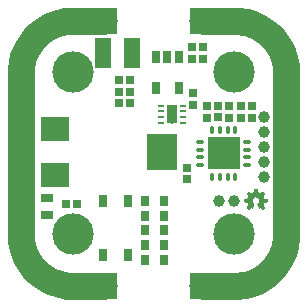
<source format=gts>
%FSTAX44Y44*%
%MOMM*%
%SFA1B1*%

%IPPOS*%
%AMD28*
4,1,8,0.200660,0.124460,-0.200660,0.124460,-0.248920,0.076200,-0.248920,-0.076200,-0.200660,-0.124460,0.200660,-0.124460,0.248920,-0.076200,0.248920,0.076200,0.200660,0.124460,0.0*
1,1,0.100000,0.200660,0.076200*
1,1,0.100000,-0.200660,0.076200*
1,1,0.100000,-0.200660,-0.076200*
1,1,0.100000,0.200660,-0.076200*
%
%AMD45*
4,1,8,0.401320,0.800100,-0.401320,0.800100,-0.449580,0.749300,-0.449580,-0.749300,-0.401320,-0.800100,0.401320,-0.800100,0.449580,-0.749300,0.449580,0.749300,0.401320,0.800100,0.0*
1,1,0.099000,0.401320,0.749300*
1,1,0.099000,-0.401320,0.749300*
1,1,0.099000,-0.401320,-0.749300*
1,1,0.099000,0.401320,-0.749300*
%
%ADD15R,0.999998X0.749999*%
%ADD19C,0.799998*%
G04~CAMADD=28~8~0.0~0.0~196.9~98.4~19.7~0.0~15~0.0~0.0~0.0~0.0~0~0.0~0.0~0.0~0.0~0~0.0~0.0~0.0~0.0~196.9~98.4*
%ADD28D28*%
%ADD29C,2.299995*%
%ADD30R,2.092896X2.304095*%
%ADD31R,0.649999X0.699999*%
%ADD32R,1.349997X2.599995*%
%ADD33R,0.699999X0.649999*%
%ADD34R,0.779998X0.739999*%
%ADD35R,0.739999X0.779998*%
%ADD36C,0.999998*%
%ADD37R,0.699999X0.999998*%
%ADD38O,0.799998X0.349999*%
%ADD39O,0.349999X0.799998*%
%ADD40R,2.699995X2.699995*%
%ADD41R,2.449995X2.149996*%
%ADD42R,2.599995X3.099994*%
%ADD43R,0.699999X0.999998*%
%ADD44R,0.699999X0.849998*%
G04~CAMADD=45~8~0.0~0.0~354.3~629.9~19.5~0.0~15~0.0~0.0~0.0~0.0~0~0.0~0.0~0.0~0.0~0~0.0~0.0~0.0~0.0~354.3~629.9*
%ADD45D45*%
%ADD46C,3.499993*%
%ADD47C,0.499999*%
%LNpcb1-1*%
%LPD*%
G36*
X00531227Y00419364D02*
X00531294D01*
Y00419331*
Y00419297*
X00531327*
Y00419264*
Y00419231*
Y00419197*
Y00419164*
X0053136*
Y00419131*
Y00419097*
Y00419064*
Y00419031*
Y00418997*
Y00418964*
X00531394*
Y00418931*
Y00418897*
Y00418864*
Y00418831*
Y00418797*
X00531427*
Y00418764*
Y00418731*
Y00418697*
Y00418664*
Y00418631*
X0053146*
Y00418597*
Y00418564*
Y00418531*
Y00418497*
Y00418465*
Y00418431*
X00531495*
Y00418397*
Y00418364*
Y00418331*
Y00418297*
Y00418264*
X00531527*
Y00418231*
Y00418197*
Y00418164*
Y00418131*
Y00418097*
X0053156*
Y00418064*
Y00418031*
Y00417997*
Y00417964*
Y00417931*
Y00417897*
X00531594*
Y00417864*
Y00417831*
Y00417797*
Y00417764*
Y00417731*
X00531627*
Y00417697*
Y00417664*
Y00417631*
Y00417597*
Y00417564*
Y00417531*
X0053166*
Y00417497*
Y00417464*
Y0041743*
Y00417397*
Y00417364*
X00531694*
Y00417331*
Y00417297*
Y00417264*
Y0041723*
Y00417197*
X00531727*
Y00417164*
Y00417131*
Y00417097*
Y00417064*
Y00417031*
Y00416997*
X00531761*
Y00416964*
Y0041693*
Y00416897*
Y00416864*
Y00416831*
X00531794*
Y00416797*
Y00416764*
Y0041673*
X00531827*
Y00416697*
X0053186*
Y00416664*
X00531894*
Y0041663*
X00531994*
Y00416597*
X00532061*
Y00416564*
X00532127*
Y0041653*
X00532227*
Y00416497*
X00532294*
Y00416464*
X00532394*
Y0041643*
X00532461*
Y00416397*
X00532561*
Y00416364*
X00532627*
Y0041633*
X00532727*
Y00416297*
X00532794*
Y00416264*
X00532861*
Y0041623*
X00532961*
Y00416197*
X00533027*
Y00416164*
X00533127*
Y0041613*
X00533194*
Y00416097*
X00533294*
Y00416064*
X00533361*
Y0041603*
X00533461*
Y00415997*
X00533527*
Y00415964*
X00533627*
Y0041593*
X00533694*
Y00415964*
X00533794*
Y00415997*
X00533827*
Y0041603*
X00533894*
Y00416064*
X00533927*
Y00416097*
X00533994*
Y0041613*
X00534027*
Y00416164*
X00534094*
Y00416197*
X00534127*
Y0041623*
X00534194*
Y00416264*
X00534227*
Y00416297*
X00534294*
Y0041633*
X00534327*
Y00416364*
X00534361*
Y00416397*
X00534427*
Y0041643*
X00534461*
Y00416464*
X00534528*
Y00416497*
X00534561*
Y0041653*
X00534627*
Y00416564*
X00534661*
Y00416597*
X00534728*
Y0041663*
X00534761*
Y00416664*
X00534827*
Y00416697*
X00534861*
Y0041673*
X00534894*
Y00416764*
X00534961*
Y00416797*
X00534994*
Y00416831*
X00535061*
Y00416864*
X00535094*
Y00416897*
X00535161*
Y0041693*
X00535194*
Y00416964*
X00535261*
Y00416997*
X00535294*
Y00417031*
X00535361*
Y00417064*
X00535394*
Y00417097*
X00535428*
Y00417131*
X00535494*
Y00417164*
X00535528*
Y00417197*
X00535594*
Y0041723*
X00535628*
Y00417264*
X00535694*
Y00417297*
X00535728*
Y00417331*
X00535794*
Y00417364*
X00535828*
Y00417397*
X00535894*
Y0041743*
X00535994*
Y00417397*
X00536028*
Y00417364*
X00536094*
Y00417331*
X00536128*
Y00417297*
X00536161*
Y00417264*
X00536194*
Y0041723*
X00536228*
Y00417197*
X00536261*
Y00417164*
X00536294*
Y00417131*
X00536328*
Y00417097*
X00536361*
Y00417064*
X00536394*
Y00417031*
X00536428*
Y00416997*
X00536461*
Y00416964*
X00536494*
Y0041693*
X00536528*
Y00416897*
X00536561*
Y00416864*
X00536594*
Y00416831*
X00536628*
Y00416797*
X00536661*
Y00416764*
X00536694*
Y0041673*
X00536728*
Y00416697*
X00536761*
Y00416664*
X00536794*
Y0041663*
X00536829*
Y00416597*
X00536861*
Y00416564*
X00536894*
Y0041653*
X00536928*
Y00416497*
X00536961*
Y00416464*
X00536995*
Y0041643*
X00537028*
Y00416397*
X00537061*
Y00416364*
X00537094*
Y0041633*
X00537128*
Y00416297*
X00537161*
Y00416264*
X00537195*
Y0041623*
X00537228*
Y00416197*
X00537261*
Y00416164*
X00537294*
Y0041613*
X00537328*
Y00416097*
X00537361*
Y00416064*
X00537395*
Y0041603*
X00537428*
Y00415997*
X00537461*
Y00415964*
X00537494*
Y0041593*
X00537528*
Y00415897*
X00537561*
Y00415864*
X00537594*
Y0041583*
X00537628*
Y00415798*
X00537661*
Y00415764*
X00537695*
Y0041573*
X00537728*
Y00415697*
X00537761*
Y00415664*
X00537795*
Y0041563*
Y00415597*
X00537828*
Y00415564*
Y0041553*
Y00415497*
Y00415464*
X00537795*
Y0041543*
Y00415397*
X00537761*
Y00415364*
X00537728*
Y0041533*
Y00415297*
X00537695*
Y00415264*
X00537661*
Y0041523*
X00537628*
Y00415197*
Y00415164*
X00537594*
Y0041513*
X00537561*
Y00415097*
Y00415064*
X00537528*
Y0041503*
X00537494*
Y00414997*
Y00414964*
X00537461*
Y0041493*
X00537428*
Y00414897*
Y00414864*
X00537395*
Y0041483*
X00537361*
Y00414797*
Y00414764*
X00537328*
Y0041473*
X00537294*
Y00414697*
X00537261*
Y00414663*
Y0041463*
X00537228*
Y00414597*
X00537195*
Y00414564*
Y0041453*
X00537161*
Y00414497*
X00537128*
Y00414463*
Y0041443*
X00537094*
Y00414397*
X00537061*
Y00414364*
Y0041433*
X00537028*
Y00414297*
X00536995*
Y00414263*
Y0041423*
X00536961*
Y00414197*
X00536928*
Y00414164*
Y0041413*
X00536894*
Y00414097*
X00536861*
Y00414063*
X00536829*
Y0041403*
Y00413997*
X00536794*
Y00413963*
X00536761*
Y0041393*
Y00413897*
X00536728*
Y00413863*
X00536694*
Y0041383*
Y00413797*
X00536661*
Y00413763*
X00536628*
Y0041373*
Y00413697*
X00536594*
Y00413663*
X00536561*
Y0041363*
Y00413597*
X00536528*
Y00413563*
X00536494*
Y0041353*
X00536461*
Y00413497*
Y00413463*
X00536428*
Y0041343*
X00536394*
Y00413397*
Y00413363*
Y0041333*
X00536361*
Y00413297*
X00536394*
Y00413263*
Y0041323*
Y00413197*
Y00413163*
X00536428*
Y00413131*
Y00413097*
X00536461*
Y00413063*
Y0041303*
Y00412997*
X00536494*
Y00412963*
Y0041293*
X00536528*
Y00412897*
Y00412863*
X00536561*
Y0041283*
Y00412797*
Y00412763*
X00536594*
Y0041273*
Y00412697*
X00536628*
Y00412663*
Y0041263*
X00536661*
Y00412597*
Y00412563*
Y0041253*
X00536694*
Y00412497*
Y00412463*
X00536728*
Y0041243*
Y00412397*
X00536761*
Y00412363*
Y0041233*
Y00412297*
X00536794*
Y00412263*
Y0041223*
X00536829*
Y00412196*
Y00412163*
X00536861*
Y0041213*
Y00412097*
Y00412063*
X00536894*
Y0041203*
Y00411996*
X00536928*
Y00411963*
Y0041193*
X00536961*
Y00411897*
Y00411863*
Y0041183*
X00536995*
Y00411796*
Y00411763*
X00537028*
Y0041173*
Y00411697*
X00537061*
Y00411663*
Y0041163*
Y00411597*
X00537094*
Y00411563*
Y0041153*
X00537128*
Y00411496*
Y00411463*
X00537161*
Y0041143*
X00537195*
Y00411396*
X00537228*
Y00411363*
X00537361*
Y0041133*
X00537528*
Y00411296*
X00537695*
Y00411263*
X00537895*
Y0041123*
X00538061*
Y00411196*
X00538228*
Y00411163*
X00538428*
Y0041113*
X00538595*
Y00411096*
X00538795*
Y00411063*
X00538961*
Y0041103*
X00539128*
Y00410996*
X00539328*
Y00410963*
X00539496*
Y0041093*
X00539662*
Y00410896*
X00539761*
Y00410863*
X00539795*
Y0041083*
Y00410796*
Y00410763*
Y0041073*
Y00410696*
Y00410663*
Y0041063*
Y00410596*
Y00410563*
Y0041053*
Y00410496*
Y00410464*
Y0041043*
Y00410396*
Y00410363*
Y0041033*
Y00410296*
Y00410263*
Y0041023*
Y00410196*
Y00410163*
Y0041013*
Y00410096*
Y00410063*
Y0041003*
Y00409996*
Y00409963*
Y0040993*
Y00409896*
Y00409863*
Y0040983*
Y00409796*
Y00409763*
Y0040973*
Y00409696*
Y00409663*
Y0040963*
Y00409596*
Y00409563*
Y00409529*
Y00409496*
Y00409463*
Y0040943*
Y00409396*
Y00409363*
Y00409329*
Y00409296*
Y00409263*
Y00409229*
Y00409196*
Y00409163*
Y0040913*
Y00409096*
Y00409063*
Y00409029*
Y00408996*
Y00408963*
Y0040893*
Y00408896*
Y00408863*
Y00408829*
Y00408796*
Y00408763*
Y00408729*
Y00408696*
Y00408663*
Y00408629*
Y00408596*
Y00408563*
Y00408529*
Y00408496*
Y00408463*
Y00408429*
Y00408396*
Y00408363*
Y00408329*
Y00408296*
Y00408263*
Y00408229*
X00539761*
Y00408196*
X00539728*
Y00408163*
X00539628*
Y00408129*
X00539461*
Y00408096*
X00539261*
Y00408063*
X00539095*
Y00408029*
X00538928*
Y00407996*
X00538728*
Y00407963*
X00538561*
Y00407929*
X00538395*
Y00407896*
X00538195*
Y00407863*
X00538028*
Y00407829*
X00537828*
Y00407797*
X00537661*
Y00407763*
X00537494*
Y00407729*
X00537328*
Y00407696*
X00537261*
Y00407663*
X00537228*
Y00407629*
X00537195*
Y00407596*
Y00407563*
X00537161*
Y00407529*
Y00407496*
Y00407463*
X00537128*
Y00407429*
Y00407396*
X00537094*
Y00407363*
Y00407329*
Y00407296*
X00537061*
Y00407263*
Y00407229*
X00537028*
Y00407196*
Y00407163*
Y00407129*
X00536995*
Y00407096*
Y00407063*
X00536961*
Y00407029*
Y00406996*
Y00406963*
X00536928*
Y00406929*
Y00406896*
X00536894*
Y00406863*
Y00406829*
Y00406796*
X00536861*
Y00406762*
Y00406729*
X00536829*
Y00406696*
Y00406663*
Y00406629*
X00536794*
Y00406596*
Y00406562*
X00536761*
Y00406529*
Y00406496*
Y00406463*
X00536728*
Y00406429*
Y00406396*
X00536694*
Y00406362*
Y00406329*
Y00406296*
X00536661*
Y00406263*
Y00406229*
X00536628*
Y00406196*
Y00406162*
Y00406129*
X00536594*
Y00406096*
Y00406062*
X00536561*
Y00406029*
Y00405996*
Y00405962*
X00536528*
Y00405929*
Y00405896*
X00536494*
Y00405862*
Y00405829*
Y00405796*
X00536461*
Y00405762*
Y00405729*
Y00405696*
Y00405662*
Y00405629*
Y00405596*
Y00405562*
X00536494*
Y00405529*
Y00405496*
X00536528*
Y00405462*
X00536561*
Y00405429*
Y00405396*
X00536594*
Y00405362*
X00536628*
Y00405329*
Y00405296*
X00536661*
Y00405262*
X00536694*
Y00405229*
X00536728*
Y00405196*
Y00405162*
X00536761*
Y0040513*
X00536794*
Y00405096*
Y00405062*
X00536829*
Y00405029*
X00536861*
Y00404996*
Y00404962*
X00536894*
Y00404929*
X00536928*
Y00404896*
Y00404862*
X00536961*
Y00404829*
X00536995*
Y00404796*
Y00404762*
X00537028*
Y00404729*
X00537061*
Y00404696*
Y00404662*
X00537094*
Y00404629*
X00537128*
Y00404596*
X00537161*
Y00404562*
Y00404529*
X00537195*
Y00404496*
X00537228*
Y00404462*
Y00404429*
X00537261*
Y00404396*
X00537294*
Y00404362*
Y00404329*
X00537328*
Y00404296*
X00537361*
Y00404262*
Y00404229*
X00537395*
Y00404196*
X00537428*
Y00404162*
Y00404129*
X00537461*
Y00404095*
X00537494*
Y00404062*
X00537528*
Y00404029*
Y00403996*
X00537561*
Y00403962*
X00537594*
Y00403929*
Y00403895*
X00537628*
Y00403862*
X00537661*
Y00403829*
Y00403796*
X00537695*
Y00403762*
X00537728*
Y00403729*
Y00403696*
X00537761*
Y00403662*
X00537795*
Y00403629*
Y00403595*
X00537828*
Y00403562*
Y00403529*
Y00403496*
Y00403462*
X00537795*
Y00403429*
X00537761*
Y00403395*
X00537728*
Y00403362*
X00537695*
Y00403329*
X00537661*
Y00403295*
X00537628*
Y00403262*
X00537594*
Y00403229*
X00537561*
Y00403195*
X00537528*
Y00403162*
X00537494*
Y00403129*
X00537461*
Y00403095*
X00537428*
Y00403062*
X00537395*
Y00403029*
X00537361*
Y00402995*
X00537328*
Y00402962*
X00537294*
Y00402929*
X00537261*
Y00402895*
X00537228*
Y00402862*
X00537195*
Y00402829*
X00537161*
Y00402795*
X00537128*
Y00402762*
X00537094*
Y00402729*
X00537061*
Y00402695*
X00537028*
Y00402662*
X00536995*
Y00402629*
X00536961*
Y00402595*
X00536928*
Y00402562*
X00536894*
Y00402529*
X00536861*
Y00402495*
X00536829*
Y00402463*
X00536794*
Y00402429*
X00536761*
Y00402395*
X00536728*
Y00402362*
X00536694*
Y00402329*
X00536661*
Y00402295*
X00536628*
Y00402262*
X00536594*
Y00402229*
X00536561*
Y00402195*
X00536528*
Y00402162*
X00536494*
Y00402129*
X00536461*
Y00402095*
X00536428*
Y00402062*
X00536394*
Y00402029*
X00536361*
Y00401995*
X00536328*
Y00401962*
X00536294*
Y00401929*
X00536261*
Y00401895*
X00536228*
Y00401862*
X00536194*
Y00401829*
X00536161*
Y00401795*
X00536128*
Y00401762*
X00536094*
Y00401729*
X00536061*
Y00401695*
X00536028*
Y00401662*
X00535961*
Y00401629*
X00535928*
Y00401662*
X00535828*
Y00401695*
X00535794*
Y00401729*
X00535761*
Y00401762*
X00535694*
Y00401795*
X00535661*
Y00401829*
X00535594*
Y00401862*
X00535561*
Y00401895*
X00535494*
Y00401929*
X00535461*
Y00401962*
X00535394*
Y00401995*
X00535361*
Y00402029*
X00535294*
Y00402062*
X00535261*
Y00402095*
X00535194*
Y00402129*
X00535161*
Y00402162*
X00535128*
Y00402195*
X00535061*
Y00402229*
X00535027*
Y00402262*
X00534961*
Y00402295*
X00534928*
Y00402329*
X00534861*
Y00402362*
X00534827*
Y00402395*
X00534761*
Y00402429*
X00534728*
Y00402463*
X00534661*
Y00402495*
X00534627*
Y00402529*
X00534594*
Y00402562*
X00534528*
Y00402595*
X00534494*
Y00402629*
X00534427*
Y00402662*
X00534394*
Y00402695*
X00534327*
Y00402729*
X00534294*
Y00402762*
X00534227*
Y00402795*
X00534194*
Y00402829*
X00534127*
Y00402862*
X00534094*
Y00402895*
X00534061*
Y00402929*
X00533994*
Y00402962*
X00533961*
Y00402995*
X00533761*
Y00402962*
X00533694*
Y00402929*
X00533627*
Y00402895*
X00533561*
Y00402862*
X00533494*
Y00402829*
X00533427*
Y00402795*
X00533361*
Y00402762*
X00533327*
Y00402729*
X00533261*
Y00402695*
X00533194*
Y00402662*
X00533127*
Y00402629*
X00533061*
Y00402595*
X00532994*
Y00402562*
X00532927*
Y00402529*
X00532794*
Y00402562*
Y00402595*
X00532761*
Y00402629*
Y00402662*
X00532727*
Y00402695*
Y00402729*
Y00402762*
X00532694*
Y00402795*
Y00402829*
X00532661*
Y00402862*
Y00402895*
X00532627*
Y00402929*
Y00402962*
Y00402995*
X00532594*
Y00403029*
Y00403062*
X00532561*
Y00403095*
Y00403129*
Y00403162*
X00532527*
Y00403195*
Y00403229*
X00532494*
Y00403262*
Y00403295*
X00532461*
Y00403329*
Y00403362*
Y00403395*
X00532427*
Y00403429*
Y00403462*
X00532394*
Y00403496*
Y00403529*
Y00403562*
X0053236*
Y00403595*
Y00403629*
X00532327*
Y00403662*
Y00403696*
Y00403729*
X00532294*
Y00403762*
Y00403796*
X00532261*
Y00403829*
Y00403862*
X00532227*
Y00403895*
Y00403929*
Y00403962*
X00532194*
Y00403996*
Y00404029*
X0053216*
Y00404062*
Y00404095*
Y00404129*
X00532127*
Y00404162*
Y00404196*
X00532094*
Y00404229*
Y00404262*
X00532061*
Y00404296*
Y00404329*
Y00404362*
X00532027*
Y00404396*
Y00404429*
X00531994*
Y00404462*
Y00404496*
Y00404529*
X00531961*
Y00404562*
Y00404596*
X00531927*
Y00404629*
Y00404662*
Y00404696*
X00531894*
Y00404729*
Y00404762*
X0053186*
Y00404796*
Y00404829*
X00531827*
Y00404862*
Y00404896*
Y00404929*
X00531794*
Y00404962*
Y00404996*
X00531761*
Y00405029*
Y00405062*
Y00405096*
X00531727*
Y0040513*
Y00405162*
X00531694*
Y00405196*
Y00405229*
X0053166*
Y00405262*
Y00405296*
Y00405329*
X00531627*
Y00405362*
Y00405396*
X00531594*
Y00405429*
Y00405462*
Y00405496*
X0053156*
Y00405529*
Y00405562*
X00531527*
Y00405596*
Y00405629*
Y00405662*
X00531495*
Y00405696*
Y00405729*
X0053146*
Y00405762*
Y00405796*
X00531427*
Y00405829*
Y00405862*
Y00405896*
X00531394*
Y00405929*
Y00405962*
X0053136*
Y00405996*
Y00406029*
Y00406062*
X00531327*
Y00406096*
Y00406129*
X00531294*
Y00406162*
Y00406196*
X0053126*
Y00406229*
Y00406263*
Y00406296*
X00531227*
Y00406329*
Y00406362*
X00531194*
Y00406396*
Y00406429*
Y00406463*
X0053116*
Y00406496*
Y00406529*
X00531127*
Y00406562*
Y00406596*
X00531094*
Y00406629*
Y00406663*
Y00406696*
X0053106*
Y00406729*
Y00406762*
X00531027*
Y00406796*
Y00406829*
Y00406863*
Y00406896*
Y00406929*
X0053106*
Y00406963*
X00531094*
Y00406996*
X0053116*
Y00407029*
X00531227*
Y00407063*
X0053126*
Y00407096*
X00531327*
Y00407129*
X0053136*
Y00407163*
X00531394*
Y00407196*
X0053146*
Y00407229*
X00531495*
Y00407263*
X00531527*
Y00407296*
X00531594*
Y00407329*
X00531627*
Y00407363*
X00531694*
Y00407396*
X00531727*
Y00407429*
X00531761*
Y00407463*
X00531794*
Y00407496*
X00531827*
Y00407529*
X0053186*
Y00407563*
X00531894*
Y00407596*
X00531927*
Y00407629*
X00531961*
Y00407663*
X00531994*
Y00407696*
X00532027*
Y00407729*
X00532061*
Y00407763*
Y00407797*
X00532094*
Y00407829*
X00532127*
Y00407863*
X0053216*
Y00407896*
X00532194*
Y00407929*
Y00407963*
X00532227*
Y00407996*
X00532261*
Y00408029*
Y00408063*
X00532294*
Y00408096*
Y00408129*
X00532327*
Y00408163*
X0053236*
Y00408196*
Y00408229*
X00532394*
Y00408263*
Y00408296*
X00532427*
Y00408329*
Y00408363*
X00532461*
Y00408396*
Y00408429*
X00532494*
Y00408463*
Y00408496*
Y00408529*
X00532527*
Y00408563*
Y00408596*
Y00408629*
X00532561*
Y00408663*
Y00408696*
Y00408729*
X00532594*
Y00408763*
Y00408796*
Y00408829*
X00532627*
Y00408863*
Y00408896*
Y0040893*
Y00408963*
Y00408996*
X00532661*
Y00409029*
Y00409063*
Y00409096*
Y0040913*
Y00409163*
X00532694*
Y00409196*
Y00409229*
Y00409263*
Y00409296*
Y00409329*
Y00409363*
Y00409396*
Y0040943*
Y00409463*
Y00409496*
Y00409529*
Y00409563*
Y00409596*
Y0040963*
Y00409663*
Y00409696*
Y0040973*
Y00409763*
Y00409796*
Y0040983*
Y00409863*
X00532661*
Y00409896*
Y0040993*
Y00409963*
Y00409996*
Y0041003*
Y00410063*
X00532627*
Y00410096*
Y0041013*
Y00410163*
Y00410196*
X00532594*
Y0041023*
Y00410263*
Y00410296*
Y0041033*
X00532561*
Y00410363*
Y00410396*
Y0041043*
X00532527*
Y00410464*
Y00410496*
Y0041053*
X00532494*
Y00410563*
Y00410596*
X00532461*
Y0041063*
Y00410663*
X00532427*
Y00410696*
Y0041073*
X00532394*
Y00410763*
Y00410796*
X0053236*
Y0041083*
Y00410863*
X00532327*
Y00410896*
Y0041093*
X00532294*
Y00410963*
Y00410996*
X00532261*
Y0041103*
X00532227*
Y00411063*
Y00411096*
X00532194*
Y0041113*
X0053216*
Y00411163*
X00532127*
Y00411196*
Y0041123*
X00532094*
Y00411263*
X00532061*
Y00411296*
X00532027*
Y0041133*
X00531994*
Y00411363*
X00531961*
Y00411396*
X00531927*
Y0041143*
Y00411463*
X00531894*
Y00411496*
X00531827*
Y0041153*
X00531794*
Y00411563*
X00531761*
Y00411597*
X00531727*
Y0041163*
X00531694*
Y00411663*
X0053166*
Y00411697*
X00531594*
Y0041173*
X0053156*
Y00411763*
X00531527*
Y00411796*
X0053146*
Y0041183*
X00531427*
Y00411863*
X0053136*
Y00411897*
X00531294*
Y0041193*
X0053126*
Y00411963*
X00531194*
Y00411996*
X00531127*
Y0041203*
X00531027*
Y00412063*
X0053096*
Y00412097*
X0053086*
Y0041213*
X00530794*
Y00412163*
X0053066*
Y00412196*
X00530527*
Y0041223*
X00530327*
Y00412263*
X0052956*
Y0041223*
X0052936*
Y00412196*
X00529227*
Y00412163*
X00529094*
Y0041213*
X00529027*
Y00412097*
X00528927*
Y00412063*
X0052886*
Y0041203*
X0052876*
Y00411996*
X00528693*
Y00411963*
X00528627*
Y0041193*
X00528593*
Y00411897*
X00528527*
Y00411863*
X0052846*
Y0041183*
X00528427*
Y00411796*
X0052836*
Y00411763*
X00528327*
Y0041173*
X00528293*
Y00411697*
X00528227*
Y00411663*
X00528193*
Y0041163*
X0052816*
Y00411597*
X00528127*
Y00411563*
X00528093*
Y0041153*
X0052806*
Y00411496*
X00527993*
Y00411463*
X0052796*
Y0041143*
Y00411396*
X00527927*
Y00411363*
X00527893*
Y0041133*
X0052786*
Y00411296*
X00527827*
Y00411263*
X00527793*
Y0041123*
X0052776*
Y00411196*
Y00411163*
X00527727*
Y0041113*
X00527693*
Y00411096*
X0052766*
Y00411063*
Y0041103*
X00527627*
Y00410996*
X00527593*
Y00410963*
Y0041093*
X0052756*
Y00410896*
Y00410863*
X00527527*
Y0041083*
Y00410796*
X00527493*
Y00410763*
Y0041073*
X0052746*
Y00410696*
Y00410663*
X00527427*
Y0041063*
Y00410596*
X00527393*
Y00410563*
Y0041053*
X0052736*
Y00410496*
Y00410464*
Y0041043*
X00527327*
Y00410396*
Y00410363*
Y0041033*
X00527293*
Y00410296*
Y00410263*
Y0041023*
Y00410196*
X0052726*
Y00410163*
Y0041013*
Y00410096*
Y00410063*
X00527227*
Y0041003*
Y00409996*
Y00409963*
Y0040993*
Y00409896*
Y00409863*
X00527193*
Y0040983*
Y00409796*
Y00409763*
Y0040973*
Y00409696*
Y00409663*
Y0040963*
Y00409596*
Y00409563*
Y00409529*
Y00409496*
Y00409463*
Y0040943*
Y00409396*
Y00409363*
Y00409329*
Y00409296*
Y00409263*
Y00409229*
Y00409196*
Y00409163*
X00527227*
Y0040913*
Y00409096*
Y00409063*
Y00409029*
Y00408996*
X0052726*
Y00408963*
Y0040893*
Y00408896*
Y00408863*
Y00408829*
X00527293*
Y00408796*
Y00408763*
Y00408729*
X00527327*
Y00408696*
Y00408663*
Y00408629*
X0052736*
Y00408596*
Y00408563*
Y00408529*
X00527393*
Y00408496*
Y00408463*
Y00408429*
X00527427*
Y00408396*
Y00408363*
X0052746*
Y00408329*
Y00408296*
X00527493*
Y00408263*
Y00408229*
X00527527*
Y00408196*
Y00408163*
X0052756*
Y00408129*
X00527593*
Y00408096*
Y00408063*
X00527627*
Y00408029*
Y00407996*
X0052766*
Y00407963*
X00527693*
Y00407929*
Y00407896*
X00527727*
Y00407863*
X0052776*
Y00407829*
X00527793*
Y00407797*
X00527827*
Y00407763*
Y00407729*
X0052786*
Y00407696*
X00527893*
Y00407663*
X00527927*
Y00407629*
X0052796*
Y00407596*
X00527993*
Y00407563*
X00528027*
Y00407529*
X0052806*
Y00407496*
X00528093*
Y00407463*
X00528127*
Y00407429*
X0052816*
Y00407396*
X00528193*
Y00407363*
X0052826*
Y00407329*
X00528293*
Y00407296*
X0052836*
Y00407263*
X00528393*
Y00407229*
X00528427*
Y00407196*
X00528493*
Y00407163*
X00528527*
Y00407129*
X0052856*
Y00407096*
X00528627*
Y00407063*
X0052866*
Y00407029*
X00528727*
Y00406996*
X00528793*
Y00406963*
X00528828*
Y00406929*
X0052886*
Y00406896*
Y00406863*
Y00406829*
Y00406796*
Y00406762*
X00528828*
Y00406729*
Y00406696*
X00528793*
Y00406663*
Y00406629*
Y00406596*
X0052876*
Y00406562*
Y00406529*
X00528727*
Y00406496*
Y00406463*
X00528693*
Y00406429*
Y00406396*
Y00406362*
X0052866*
Y00406329*
Y00406296*
X00528627*
Y00406263*
Y00406229*
Y00406196*
X00528593*
Y00406162*
Y00406129*
X0052856*
Y00406096*
Y00406062*
X00528527*
Y00406029*
Y00405996*
Y00405962*
X00528493*
Y00405929*
Y00405896*
X0052846*
Y00405862*
Y00405829*
Y00405796*
X00528427*
Y00405762*
Y00405729*
X00528393*
Y00405696*
Y00405662*
X0052836*
Y00405629*
Y00405596*
Y00405562*
X00528327*
Y00405529*
Y00405496*
X00528293*
Y00405462*
Y00405429*
Y00405396*
X0052826*
Y00405362*
Y00405329*
X00528227*
Y00405296*
Y00405262*
Y00405229*
X00528193*
Y00405196*
Y00405162*
X0052816*
Y0040513*
Y00405096*
X00528127*
Y00405062*
Y00405029*
Y00404996*
X00528093*
Y00404962*
Y00404929*
X0052806*
Y00404896*
Y00404862*
Y00404829*
X00528027*
Y00404796*
Y00404762*
X00527993*
Y00404729*
Y00404696*
X0052796*
Y00404662*
Y00404629*
Y00404596*
X00527927*
Y00404562*
Y00404529*
X00527893*
Y00404496*
Y00404462*
Y00404429*
X0052786*
Y00404396*
Y00404362*
X00527827*
Y00404329*
Y00404296*
Y00404262*
X00527793*
Y00404229*
Y00404196*
X0052776*
Y00404162*
Y00404129*
X00527727*
Y00404095*
Y00404062*
Y00404029*
X00527693*
Y00403996*
Y00403962*
X0052766*
Y00403929*
Y00403895*
Y00403862*
X00527627*
Y00403829*
Y00403796*
X00527593*
Y00403762*
Y00403729*
X0052756*
Y00403696*
Y00403662*
Y00403629*
X00527527*
Y00403595*
Y00403562*
X00527493*
Y00403529*
Y00403496*
Y00403462*
X0052746*
Y00403429*
Y00403395*
X00527427*
Y00403362*
Y00403329*
Y00403295*
X00527393*
Y00403262*
Y00403229*
X0052736*
Y00403195*
Y00403162*
X00527327*
Y00403129*
Y00403095*
Y00403062*
X00527293*
Y00403029*
Y00402995*
X0052726*
Y00402962*
Y00402929*
Y00402895*
X00527227*
Y00402862*
Y00402829*
X00527193*
Y00402795*
Y00402762*
X0052716*
Y00402729*
Y00402695*
Y00402662*
X00527127*
Y00402629*
Y00402595*
X00527093*
Y00402562*
Y00402529*
X0052696*
Y00402562*
X00526893*
Y00402595*
X00526827*
Y00402629*
X0052676*
Y00402662*
X00526693*
Y00402695*
X00526627*
Y00402729*
X0052656*
Y00402762*
X00526526*
Y00402795*
X0052646*
Y00402829*
X00526393*
Y00402862*
X00526327*
Y00402895*
X0052626*
Y00402929*
X00526193*
Y00402962*
X00526126*
Y00402995*
X00525926*
Y00402962*
X00525893*
Y00402929*
X00525826*
Y00402895*
X00525793*
Y00402862*
X0052576*
Y00402829*
X00525693*
Y00402795*
X0052566*
Y00402762*
X00525593*
Y00402729*
X0052556*
Y00402695*
X00525493*
Y00402662*
X0052546*
Y00402629*
X00525393*
Y00402595*
X0052536*
Y00402562*
X00525293*
Y00402529*
X0052526*
Y00402495*
X00525226*
Y00402463*
X0052516*
Y00402429*
X00525126*
Y00402395*
X0052506*
Y00402362*
X00525026*
Y00402329*
X0052496*
Y00402295*
X00524926*
Y00402262*
X0052486*
Y00402229*
X00524826*
Y00402195*
X0052476*
Y00402162*
X00524726*
Y00402129*
X00524693*
Y00402095*
X00524626*
Y00402062*
X00524593*
Y00402029*
X00524526*
Y00401995*
X00524493*
Y00401962*
X00524426*
Y00401929*
X00524393*
Y00401895*
X00524326*
Y00401862*
X00524293*
Y00401829*
X00524226*
Y00401795*
X00524193*
Y00401762*
X00524126*
Y00401729*
X00524093*
Y00401695*
X0052406*
Y00401662*
X00523959*
Y00401629*
X00523926*
Y00401662*
X0052386*
Y00401695*
X00523826*
Y00401729*
X00523793*
Y00401762*
X00523759*
Y00401795*
X00523726*
Y00401829*
X00523693*
Y00401862*
X0052366*
Y00401895*
X00523626*
Y00401929*
X00523593*
Y00401962*
X00523559*
Y00401995*
X00523526*
Y00402029*
X00523494*
Y00402062*
X00523459*
Y00402095*
X00523426*
Y00402129*
X00523393*
Y00402162*
X00523359*
Y00402195*
X00523326*
Y00402229*
X00523293*
Y00402262*
X00523259*
Y00402295*
X00523226*
Y00402329*
X00523193*
Y00402362*
X00523159*
Y00402395*
X00523126*
Y00402429*
X00523093*
Y00402463*
X00523059*
Y00402495*
X00523026*
Y00402529*
X00522993*
Y00402562*
X00522959*
Y00402595*
X00522926*
Y00402629*
X00522893*
Y00402662*
X00522859*
Y00402695*
X00522826*
Y00402729*
X00522793*
Y00402762*
X00522759*
Y00402795*
X00522726*
Y00402829*
X00522693*
Y00402862*
X00522659*
Y00402895*
X00522626*
Y00402929*
X00522593*
Y00402962*
X00522559*
Y00402995*
X00522526*
Y00403029*
X00522493*
Y00403062*
X00522459*
Y00403095*
X00522426*
Y00403129*
X00522393*
Y00403162*
X00522359*
Y00403195*
X00522326*
Y00403229*
X00522293*
Y00403262*
X00522259*
Y00403295*
X00522226*
Y00403329*
X00522193*
Y00403362*
X00522159*
Y00403395*
X00522126*
Y00403429*
X00522093*
Y00403462*
X00522059*
Y00403496*
Y00403529*
Y00403562*
Y00403595*
X00522093*
Y00403629*
Y00403662*
X00522126*
Y00403696*
X00522159*
Y00403729*
Y00403762*
X00522193*
Y00403796*
X00522226*
Y00403829*
Y00403862*
X00522259*
Y00403895*
X00522293*
Y00403929*
Y00403962*
X00522326*
Y00403996*
X00522359*
Y00404029*
Y00404062*
X00522393*
Y00404095*
X00522426*
Y00404129*
X00522459*
Y00404162*
Y00404196*
X00522493*
Y00404229*
X00522526*
Y00404262*
Y00404296*
X00522559*
Y00404329*
X00522593*
Y00404362*
Y00404396*
X00522626*
Y00404429*
X00522659*
Y00404462*
Y00404496*
X00522693*
Y00404529*
X00522726*
Y00404562*
Y00404596*
X00522759*
Y00404629*
X00522793*
Y00404662*
X00522826*
Y00404696*
Y00404729*
X00522859*
Y00404762*
X00522893*
Y00404796*
Y00404829*
X00522926*
Y00404862*
X00522959*
Y00404896*
Y00404929*
X00522993*
Y00404962*
X00523026*
Y00404996*
Y00405029*
X00523059*
Y00405062*
X00523093*
Y00405096*
Y0040513*
X00523126*
Y00405162*
X00523159*
Y00405196*
Y00405229*
X00523193*
Y00405262*
X00523226*
Y00405296*
X00523259*
Y00405329*
Y00405362*
X00523293*
Y00405396*
X00523326*
Y00405429*
Y00405462*
X00523359*
Y00405496*
X00523393*
Y00405529*
Y00405562*
X00523426*
Y00405596*
Y00405629*
Y00405662*
Y00405696*
Y00405729*
Y00405762*
Y00405796*
X00523393*
Y00405829*
Y00405862*
Y00405896*
X00523359*
Y00405929*
Y00405962*
X00523326*
Y00405996*
Y00406029*
Y00406062*
X00523293*
Y00406096*
Y00406129*
X00523259*
Y00406162*
Y00406196*
Y00406229*
X00523226*
Y00406263*
Y00406296*
X00523193*
Y00406329*
Y00406362*
Y00406396*
X00523159*
Y00406429*
Y00406463*
X00523126*
Y00406496*
Y00406529*
Y00406562*
X00523093*
Y00406596*
Y00406629*
X00523059*
Y00406663*
Y00406696*
Y00406729*
X00523026*
Y00406762*
Y00406796*
X00522993*
Y00406829*
Y00406863*
Y00406896*
X00522959*
Y00406929*
Y00406963*
X00522926*
Y00406996*
Y00407029*
Y00407063*
X00522893*
Y00407096*
Y00407129*
X00522859*
Y00407163*
Y00407196*
Y00407229*
X00522826*
Y00407263*
Y00407296*
X00522793*
Y00407329*
Y00407363*
Y00407396*
X00522759*
Y00407429*
Y00407463*
X00522726*
Y00407496*
Y00407529*
Y00407563*
X00522693*
Y00407596*
Y00407629*
X00522659*
Y00407663*
X00522626*
Y00407696*
X00522559*
Y00407729*
X00522393*
Y00407763*
X00522226*
Y00407797*
X00522059*
Y00407829*
X00521859*
Y00407863*
X00521692*
Y00407896*
X00521492*
Y00407929*
X00521326*
Y00407963*
X00521159*
Y00407996*
X00520959*
Y00408029*
X00520792*
Y00408063*
X00520626*
Y00408096*
X00520426*
Y00408129*
X00520259*
Y00408163*
X00520159*
Y00408196*
X00520126*
Y00408229*
X00520092*
Y00408263*
Y00408296*
Y00408329*
Y00408363*
Y00408396*
Y00408429*
Y00408463*
Y00408496*
Y00408529*
Y00408563*
Y00408596*
Y00408629*
Y00408663*
Y00408696*
Y00408729*
Y00408763*
Y00408796*
Y00408829*
Y00408863*
Y00408896*
Y0040893*
Y00408963*
Y00408996*
Y00409029*
Y00409063*
Y00409096*
Y0040913*
Y00409163*
Y00409196*
Y00409229*
Y00409263*
Y00409296*
Y00409329*
Y00409363*
Y00409396*
Y0040943*
Y00409463*
Y00409496*
Y00409529*
Y00409563*
Y00409596*
Y0040963*
Y00409663*
Y00409696*
Y0040973*
Y00409763*
Y00409796*
Y0040983*
Y00409863*
Y00409896*
Y0040993*
Y00409963*
Y00409996*
Y0041003*
Y00410063*
Y00410096*
Y0041013*
Y00410163*
Y00410196*
Y0041023*
Y00410263*
Y00410296*
Y0041033*
Y00410363*
Y00410396*
Y0041043*
Y00410464*
Y00410496*
Y0041053*
Y00410563*
Y00410596*
Y0041063*
Y00410663*
Y00410696*
Y0041073*
Y00410763*
Y00410796*
Y0041083*
Y00410863*
X00520126*
Y00410896*
X00520226*
Y0041093*
X00520392*
Y00410963*
X00520559*
Y00410996*
X00520759*
Y0041103*
X00520926*
Y00411063*
X00521092*
Y00411096*
X00521292*
Y0041113*
X00521459*
Y00411163*
X00521659*
Y00411196*
X00521826*
Y0041123*
X00521993*
Y00411263*
X00522193*
Y00411296*
X00522359*
Y0041133*
X00522526*
Y00411363*
X00522659*
Y00411396*
X00522693*
Y0041143*
X00522726*
Y00411463*
X00522759*
Y00411496*
Y0041153*
X00522793*
Y00411563*
Y00411597*
X00522826*
Y0041163*
Y00411663*
Y00411697*
X00522859*
Y0041173*
Y00411763*
X00522893*
Y00411796*
Y0041183*
X00522926*
Y00411863*
Y00411897*
Y0041193*
X00522959*
Y00411963*
Y00411996*
X00522993*
Y0041203*
Y00412063*
X00523026*
Y00412097*
Y0041213*
Y00412163*
X00523059*
Y00412196*
Y0041223*
X00523093*
Y00412263*
Y00412297*
X00523126*
Y0041233*
Y00412363*
Y00412397*
X00523159*
Y0041243*
Y00412463*
X00523193*
Y00412497*
Y0041253*
X00523226*
Y00412563*
Y00412597*
Y0041263*
X00523259*
Y00412663*
Y00412697*
X00523293*
Y0041273*
Y00412763*
X00523326*
Y00412797*
Y0041283*
Y00412863*
X00523359*
Y00412897*
Y0041293*
X00523393*
Y00412963*
Y00412997*
X00523426*
Y0041303*
Y00413063*
Y00413097*
X00523459*
Y00413131*
Y00413163*
X00523494*
Y00413197*
Y0041323*
Y00413263*
Y00413297*
X00523526*
Y0041333*
X00523494*
Y00413363*
Y00413397*
Y0041343*
X00523459*
Y00413463*
X00523426*
Y00413497*
Y0041353*
X00523393*
Y00413563*
X00523359*
Y00413597*
X00523326*
Y0041363*
Y00413663*
X00523293*
Y00413697*
X00523259*
Y0041373*
Y00413763*
X00523226*
Y00413797*
X00523193*
Y0041383*
Y00413863*
X00523159*
Y00413897*
X00523126*
Y0041393*
Y00413963*
X00523093*
Y00413997*
X00523059*
Y0041403*
Y00414063*
X00523026*
Y00414097*
X00522993*
Y0041413*
X00522959*
Y00414164*
Y00414197*
X00522926*
Y0041423*
X00522893*
Y00414263*
Y00414297*
X00522859*
Y0041433*
X00522826*
Y00414364*
Y00414397*
X00522793*
Y0041443*
X00522759*
Y00414463*
Y00414497*
X00522726*
Y0041453*
X00522693*
Y00414564*
Y00414597*
X00522659*
Y0041463*
X00522626*
Y00414663*
Y00414697*
X00522593*
Y0041473*
X00522559*
Y00414764*
X00522526*
Y00414797*
Y0041483*
X00522493*
Y00414864*
X00522459*
Y00414897*
Y0041493*
X00522426*
Y00414964*
X00522393*
Y00414997*
Y0041503*
X00522359*
Y00415064*
X00522326*
Y00415097*
Y0041513*
X00522293*
Y00415164*
X00522259*
Y00415197*
Y0041523*
X00522226*
Y00415264*
X00522193*
Y00415297*
X00522159*
Y0041533*
Y00415364*
X00522126*
Y00415397*
X00522093*
Y0041543*
Y00415464*
X00522059*
Y00415497*
Y0041553*
Y00415564*
Y00415597*
X00522093*
Y0041563*
X00522126*
Y00415664*
X00522159*
Y00415697*
X00522193*
Y0041573*
X00522226*
Y00415764*
X00522259*
Y00415798*
X00522293*
Y0041583*
X00522326*
Y00415864*
X00522359*
Y00415897*
X00522393*
Y0041593*
X00522426*
Y00415964*
X00522459*
Y00415997*
X00522493*
Y0041603*
X00522526*
Y00416064*
X00522559*
Y00416097*
X00522593*
Y0041613*
X00522626*
Y00416164*
X00522659*
Y00416197*
X00522693*
Y0041623*
X00522726*
Y00416264*
X00522759*
Y00416297*
X00522793*
Y0041633*
X00522826*
Y00416364*
X00522859*
Y00416397*
X00522893*
Y0041643*
X00522926*
Y00416464*
X00522959*
Y00416497*
X00522993*
Y0041653*
X00523026*
Y00416564*
X00523059*
Y00416597*
X00523093*
Y0041663*
X00523126*
Y00416664*
X00523159*
Y00416697*
X00523193*
Y0041673*
X00523226*
Y00416764*
X00523259*
Y00416797*
X00523293*
Y00416831*
X00523326*
Y00416864*
X00523359*
Y00416897*
X00523393*
Y0041693*
X00523426*
Y00416964*
X00523459*
Y00416997*
X00523494*
Y00417031*
X00523526*
Y00417064*
X00523559*
Y00417097*
X00523593*
Y00417131*
X00523626*
Y00417164*
X0052366*
Y00417197*
X00523693*
Y0041723*
X00523726*
Y00417264*
X00523759*
Y00417297*
X00523793*
Y00417331*
X00523826*
Y00417364*
X0052386*
Y00417397*
X00523893*
Y0041743*
X00523993*
Y00417397*
X0052406*
Y00417364*
X00524093*
Y00417331*
X00524159*
Y00417297*
X00524193*
Y00417264*
X00524259*
Y0041723*
X00524293*
Y00417197*
X0052436*
Y00417164*
X00524393*
Y00417131*
X0052446*
Y00417097*
X00524493*
Y00417064*
X00524526*
Y00417031*
X00524593*
Y00416997*
X00524626*
Y00416964*
X00524693*
Y0041693*
X00524726*
Y00416897*
X00524793*
Y00416864*
X00524826*
Y00416831*
X00524893*
Y00416797*
X00524926*
Y00416764*
X00524993*
Y0041673*
X00525026*
Y00416697*
X0052506*
Y00416664*
X00525126*
Y0041663*
X0052516*
Y00416597*
X00525226*
Y00416564*
X0052526*
Y0041653*
X00525326*
Y00416497*
X0052536*
Y00416464*
X00525426*
Y0041643*
X0052546*
Y00416397*
X00525526*
Y00416364*
X0052556*
Y0041633*
X00525626*
Y00416297*
X0052566*
Y00416264*
X00525693*
Y0041623*
X0052576*
Y00416197*
X00525793*
Y00416164*
X0052586*
Y0041613*
X00525893*
Y00416097*
X0052596*
Y00416064*
X00525993*
Y0041603*
X0052606*
Y00415997*
X00526093*
Y00415964*
X00526193*
Y0041593*
X0052626*
Y00415964*
X0052636*
Y00415997*
X00526426*
Y0041603*
X00526526*
Y00416064*
X00526593*
Y00416097*
X00526693*
Y0041613*
X0052676*
Y00416164*
X0052686*
Y00416197*
X00526926*
Y0041623*
X00527027*
Y00416264*
X00527093*
Y00416297*
X0052716*
Y0041633*
X0052726*
Y00416364*
X00527327*
Y00416397*
X00527427*
Y0041643*
X00527493*
Y00416464*
X00527593*
Y00416497*
X0052766*
Y0041653*
X0052776*
Y00416564*
X00527827*
Y00416597*
X00527893*
Y0041663*
X00527993*
Y00416664*
X00528027*
Y00416697*
X0052806*
Y0041673*
X00528093*
Y00416764*
Y00416797*
Y00416831*
X00528127*
Y00416864*
Y00416897*
Y0041693*
Y00416964*
Y00416997*
X0052816*
Y00417031*
Y00417064*
Y00417097*
Y00417131*
Y00417164*
Y00417197*
X00528193*
Y0041723*
Y00417264*
Y00417297*
Y00417331*
Y00417364*
X00528227*
Y00417397*
Y0041743*
Y00417464*
Y00417497*
Y00417531*
X0052826*
Y00417564*
Y00417597*
Y00417631*
Y00417664*
Y00417697*
Y00417731*
X00528293*
Y00417764*
Y00417797*
Y00417831*
Y00417864*
Y00417897*
X00528327*
Y00417931*
Y00417964*
Y00417997*
Y00418031*
Y00418064*
X0052836*
Y00418097*
Y00418131*
Y00418164*
Y00418197*
Y00418231*
Y00418264*
X00528393*
Y00418297*
Y00418331*
Y00418364*
Y00418397*
Y00418431*
X00528427*
Y00418465*
Y00418497*
Y00418531*
Y00418564*
Y00418597*
Y00418631*
X0052846*
Y00418664*
Y00418697*
Y00418731*
Y00418764*
Y00418797*
X00528493*
Y00418831*
Y00418864*
Y00418897*
Y00418931*
Y00418964*
X00528527*
Y00418997*
Y00419031*
Y00419064*
Y00419097*
Y00419131*
Y00419164*
X0052856*
Y00419197*
Y00419231*
Y00419264*
Y00419297*
X00528593*
Y00419331*
Y00419364*
X0052866*
Y00419397*
X00531227*
Y00419364*
G37*
G54D15*
X00352835Y00397209D03*
Y00412209D03*
G54D19*
X00555504Y00501159D03*
Y00484159D03*
X00330985Y00501159D03*
Y00484159D03*
X0039168Y00561854D03*
X0040868D03*
X00494809D03*
X00477809D03*
X00494809Y00337335D03*
X00477809D03*
X00555504Y0039803D03*
Y0041503D03*
Y0043203D03*
Y0044903D03*
Y0046603D03*
X00330985Y0039803D03*
Y0041503D03*
Y0043203D03*
Y0044903D03*
Y0046603D03*
X0051181Y00337335D03*
X0040868D03*
X0039168D03*
X0037468D03*
X00555504Y0038103D03*
X00552178Y00364309D03*
X0052853Y00340661D03*
X00542706Y00350133D03*
X00330985Y0038103D03*
X00357959Y00340661D03*
X00334311Y00364309D03*
X00343783Y00350133D03*
X0037468Y00561854D03*
X00330985Y0051816D03*
X00334311Y0053488D03*
X00357959Y00558528D03*
X00343783Y00549056D03*
X00542706D03*
X00552178Y0053488D03*
X0052853Y00558528D03*
X0051181Y00561854D03*
X00555504Y0051816D03*
G54D28*
X00449239Y00480099D03*
Y00485099D03*
Y00490099D03*
Y00475099D03*
X00468239D03*
Y00480099D03*
Y00485099D03*
Y00490099D03*
G54D29*
X00330985Y0038103D02*
D01*
X00331092Y00377982*
X00331411Y00374949*
X0033194Y00371946*
X00332678Y00368986*
X00333621Y00366086*
X00334763Y00363258*
X003361Y00360517*
X00337625Y00357876*
X0033933Y00355347*
X00341208Y00352944*
X00343249Y00350677*
X00345443Y00348559*
X00347779Y00346598*
X00350246Y00344806*
X00352833Y00343189*
X00355526Y00341758*
X00358312Y00340517*
X00361178Y00339474*
X0036411Y00338633*
X00367093Y00337999*
X00370113Y00337575*
X00373155Y00337362*
X0037468Y00337335*
X0051181D02*
D01*
X00514858Y00337442*
X00517891Y00337761*
X00520894Y0033829*
X00523853Y00339028*
X00526754Y00339971*
X00529582Y00341113*
X00532323Y0034245*
X00534964Y00343975*
X00537493Y0034568*
X00539896Y00347558*
X00542163Y00349599*
X00544281Y00351793*
X00546241Y00354129*
X00548034Y00356596*
X0054965Y00359183*
X00551082Y00361876*
X00552323Y00364662*
X00553366Y00367528*
X00554206Y0037046*
X00554841Y00373443*
X00555265Y00376463*
X00555478Y00379505*
X00555504Y0038103*
X0037468Y00561854D02*
D01*
X00371632Y00561748*
X00368599Y00561429*
X00365596Y005609*
X00362636Y00560162*
X00359736Y00559219*
X00356908Y00558077*
X00354167Y0055674*
X00351526Y00555215*
X00348997Y00553509*
X00346594Y00551632*
X00344327Y00549591*
X00342209Y00547397*
X00340248Y00545061*
X00338456Y00542593*
X00336839Y00540007*
X00335408Y00537314*
X00334167Y00534528*
X00333124Y00531662*
X00332283Y0052873*
X00331649Y00525747*
X00331225Y00522727*
X00331012Y00519684*
X00330985Y0051816*
X00555504D02*
D01*
X00555398Y00521208*
X00555079Y00524241*
X0055455Y00527244*
X00553812Y00530203*
X00552869Y00533104*
X00551727Y00535932*
X0055039Y00538673*
X00548865Y00541314*
X00547159Y00543843*
X00545282Y00546246*
X00543241Y00548513*
X00541047Y00550631*
X00538711Y00552591*
X00536243Y00554384*
X00533657Y00556*
X00530964Y00557432*
X00528178Y00558673*
X00525312Y00559716*
X0052238Y00560556*
X00519397Y00561191*
X00516377Y00561615*
X00513334Y00561828*
X0051181Y00561854*
X00330985Y0038103D02*
D01*
X00331092Y00377982*
X00331411Y00374949*
X0033194Y00371946*
X00332678Y00368986*
X00333621Y00366086*
X00334763Y00363258*
X003361Y00360517*
X00337625Y00357876*
X0033933Y00355347*
X00341208Y00352944*
X00343249Y00350677*
X00345443Y00348559*
X00347779Y00346598*
X00350246Y00344806*
X00352833Y00343189*
X00355526Y00341758*
X00358312Y00340517*
X00361178Y00339474*
X0036411Y00338633*
X00367093Y00337999*
X00370113Y00337575*
X00373155Y00337362*
X0037468Y00337335*
X0051181D02*
D01*
X00514858Y00337442*
X00517891Y00337761*
X00520894Y0033829*
X00523853Y00339028*
X00526754Y00339971*
X00529582Y00341113*
X00532323Y0034245*
X00534964Y00343975*
X00537493Y0034568*
X00539896Y00347558*
X00542163Y00349599*
X00544281Y00351793*
X00546241Y00354129*
X00548034Y00356596*
X0054965Y00359183*
X00551082Y00361876*
X00552323Y00364662*
X00553366Y00367528*
X00554206Y0037046*
X00554841Y00373443*
X00555265Y00376463*
X00555478Y00379505*
X00555504Y0038103*
X0037468Y00561854D02*
D01*
X00371632Y00561748*
X00368599Y00561429*
X00365596Y005609*
X00362636Y00560162*
X00359736Y00559219*
X00356908Y00558077*
X00354167Y0055674*
X00351526Y00555215*
X00348997Y00553509*
X00346594Y00551632*
X00344327Y00549591*
X00342209Y00547397*
X00340248Y00545061*
X00338456Y00542593*
X00336839Y00540007*
X00335408Y00537314*
X00334167Y00534528*
X00333124Y00531662*
X00332283Y0052873*
X00331649Y00525747*
X00331225Y00522727*
X00331012Y00519684*
X00330985Y0051816*
X00555504D02*
D01*
X00555398Y00521208*
X00555079Y00524241*
X0055455Y00527244*
X00553812Y00530203*
X00552869Y00533104*
X00551727Y00535932*
X0055039Y00538673*
X00548865Y00541314*
X00547159Y00543843*
X00545282Y00546246*
X00543241Y00548513*
X00541047Y00550631*
X00538711Y00552591*
X00536243Y00554384*
X00533657Y00556*
X00530964Y00557432*
X00528178Y00558673*
X00525312Y00559716*
X0052238Y00560556*
X00519397Y00561191*
X00516377Y00561615*
X00513334Y00561828*
X0051181Y00561854*
X00555504Y0038103D02*
Y0051816D01*
X00330985Y0038103D02*
Y0051816D01*
X0037468Y00561854D02*
X0040088D01*
X00485609D02*
X0051181D01*
X00485609Y00337335D02*
X0051181D01*
X0037468D02*
X0040088D01*
X00555504Y0038103D02*
Y0051816D01*
X00330985Y0038103D02*
Y0051816D01*
X0037468Y00561854D02*
X0040088D01*
X00485609D02*
X0051181D01*
X00485609Y00337335D02*
X0051181D01*
X0037468D02*
X0040088D01*
G54D30*
X00402189Y00561768D03*
X00484301Y0056194D03*
Y00337421D03*
X00402189Y00337249D03*
Y00561768D03*
X00484301Y0056194D03*
Y00337421D03*
X00402189Y00337249D03*
G54D31*
X00517024Y00479883D03*
Y00489383D03*
X00526575D03*
Y00479883D03*
G54D32*
X00400769Y00534228D03*
X00425269D03*
G54D33*
X0036893Y004064D03*
X0037843D03*
G54D34*
X00423488Y00511706D03*
X00413688D03*
X00423672Y00501756D03*
X00413872D03*
X00475706Y00529908D03*
X00485506D03*
X00423567Y00492099D03*
X00413767D03*
X00475706Y00539524D03*
X00485506D03*
G54D35*
X00497738Y00480026D03*
Y00489826D03*
X00476894Y00490614D03*
Y00500414D03*
X00507472Y00479883D03*
Y00489683D03*
X00471343Y00437633D03*
Y00427833D03*
X00488369Y00479883D03*
Y00489683D03*
G54D36*
X00498967Y00408891D03*
X0051181D03*
X00536959Y00479979D03*
Y00467279D03*
Y00454579D03*
Y00441879D03*
Y00429179D03*
G54D37*
X00464429Y00505159D03*
X00445429D03*
Y00531159D03*
X00454929D03*
X00464429D03*
G54D38*
X00482669Y00459249D03*
Y00452749D03*
Y00446249D03*
Y00439749D03*
X00522669D03*
Y00446249D03*
Y00452749D03*
Y00459249D03*
G54D39*
X00492919Y00429499D03*
X00499419D03*
X00512419D03*
Y00469499D03*
X00505919D03*
X00499419D03*
X00492919D03*
X00505919Y00429499D03*
G54D40*
X00502669Y00449499D03*
G54D41*
X00359629Y00470599D03*
Y00431099D03*
G54D42*
X00450629Y0045085D03*
G54D43*
X00421913Y00363893D03*
Y00408893D03*
X00400413Y00363893D03*
Y00408893D03*
G54D44*
X00435939Y00396739D03*
X00452439D03*
X00435939Y00409079D03*
X00452439D03*
X00435939Y00359719D03*
X00452439D03*
X00435939Y00372059D03*
X00452439D03*
X00435939Y00384399D03*
X00452439D03*
G54D45*
X00458739Y004826D03*
G54D46*
X0037468Y0051816D03*
Y0038103D03*
X0051181D03*
Y0051816D03*
G54D47*
X00497169Y00454999D03*
X00508169D03*
X00497169Y00443999D03*
X00508169D03*
X00458739Y00488099D03*
Y00477099D03*
M02*
</source>
